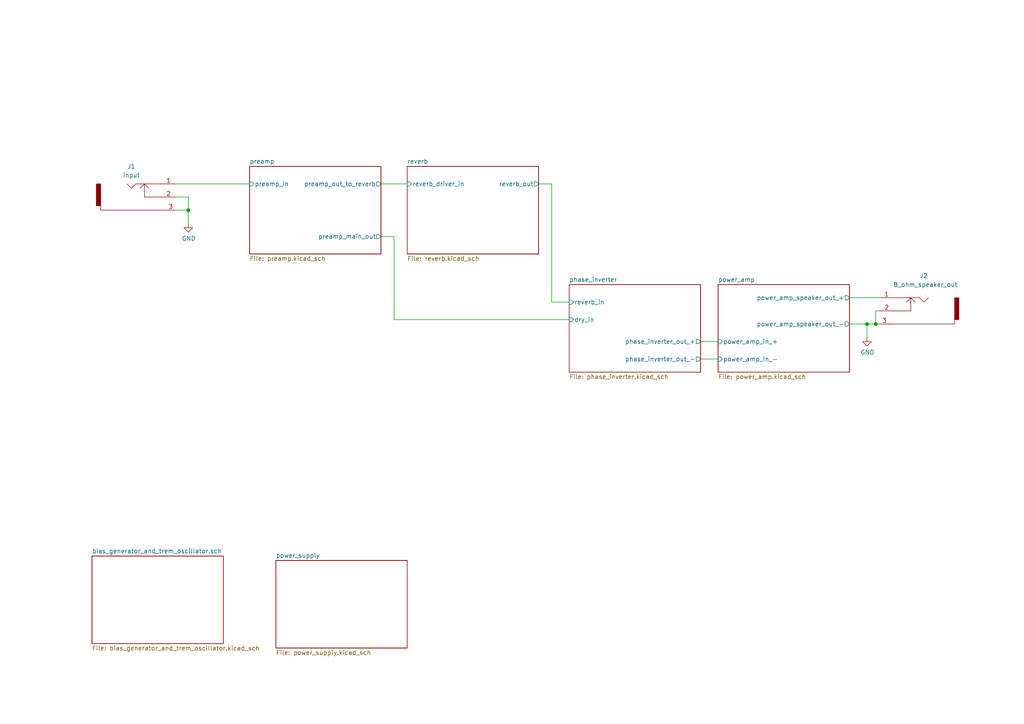
<source format=kicad_sch>
(kicad_sch (version 20211123) (generator eeschema)
  (paper "A4")
  (title_block (title "cf 12 watt class AB tube amp") (date "2022-01-03") (rev "0") (comment 1 "creativecommons.org/licenses/by/4.0/") (comment 2 "License: CC by 4.0") (comment 3 "Author: Jordan Aceto"))
  (lib_symbols
    (symbol "custom_symbols:audio_jack_switch" (pin_names (offset 1.016))
      (property "Reference" "J" (at 0 8.89 0))
      (property "Value" "audio_jack_switch" (at 0 6.35 0))
      (symbol "audio_jack_switch_0_1"
        (rectangle (start -11.43 -2.54) (end -10.16 3.81) (fill (type outline)))
        (polyline (pts (xy 3.81 0) (xy 7.62 0) (xy 7.62 0)))
        (polyline (pts (xy 8.89 -3.81) (xy -10.16 -3.81) (xy -10.16 -2.54)))
        (polyline (pts (xy 0 3.81) (xy -1.27 2.54) (xy -2.54 3.81) (xy -2.54 3.81)))
        (polyline (pts (xy 0 3.81) (xy 7.62 3.81) (xy 7.62 3.81) (xy 7.62 3.81)))
        (polyline (pts (xy 1.27 2.54) (xy 2.54 3.81) (xy 3.81 2.54) (xy 3.81 2.54)))
        (polyline (pts (xy 3.81 0) (xy 2.54 0) (xy 2.54 3.81) (xy 2.54 2.54)))
      )
      (symbol "audio_jack_switch_1_1"
        (pin passive line (at 11.43 3.81 180) (length 3.81) (name "~") (number "1"))
        (pin passive line (at 11.43 0 180) (length 3.81) (name "~") (number "2"))
        (pin passive line (at 11.43 -3.81 180) (length 2.54) (name "~") (number "3"))
      )
    )
    (symbol "power:GND" (power) (pin_names (offset 0))
      (property "Value" "GND" (at 0 -3.81 0))
      (symbol "GND_0_1"
        (polyline (pts (xy 0 0) (xy 0 -1.27) (xy 1.27 -1.27) (xy 0 -2.54) (xy -1.27 -1.27) (xy 0 -1.27)))
      )
      (symbol "GND_1_1"
        (pin power_in line (at 0 0 270) (length 0) hide (name "GND") (number "1"))
      )
    )
  )
  (junction (at 54.61 60.96))
  (junction (at 254 93.98))
  (junction (at 251.46 93.98))
  (wire (pts (xy 50.8 53.34) (xy 72.39 53.34)))
  (wire (pts (xy 254 90.17) (xy 254 93.98)))
  (wire (pts (xy 255.27 90.17) (xy 254 90.17)))
  (wire (pts (xy 160.02 53.34) (xy 156.21 53.34)))
  (wire (pts (xy 160.02 87.63) (xy 165.1 87.63)))
  (wire (pts (xy 208.28 99.06) (xy 203.2 99.06)))
  (wire (pts (xy 110.49 53.34) (xy 118.11 53.34)))
  (wire (pts (xy 54.61 60.96) (xy 50.8 60.96)))
  (wire (pts (xy 246.38 86.36) (xy 255.27 86.36)))
  (wire (pts (xy 114.3 68.58) (xy 114.3 92.71)))
  (wire (pts (xy 54.61 57.15) (xy 50.8 57.15)))
  (wire (pts (xy 54.61 64.77) (xy 54.61 60.96)))
  (wire (pts (xy 251.46 93.98) (xy 254 93.98)))
  (wire (pts (xy 251.46 97.79) (xy 251.46 93.98)))
  (wire (pts (xy 54.61 60.96) (xy 54.61 57.15)))
  (wire (pts (xy 203.2 104.14) (xy 208.28 104.14)))
  (wire (pts (xy 254 93.98) (xy 255.27 93.98)))
  (wire (pts (xy 114.3 92.71) (xy 165.1 92.71)))
  (wire (pts (xy 160.02 53.34) (xy 160.02 87.63)))
  (wire (pts (xy 110.49 68.58) (xy 114.3 68.58)))
  (wire (pts (xy 246.38 93.98) (xy 251.46 93.98)))
  (symbol (lib_id "power:GND") (at 251.46 97.79 0) (unit 1)
    (property "Reference" "#PWR02" (effects hide))
    (property "Value" "GND" (at 251.587 102.1842 0))
  )
  (symbol (lib_id "power:GND") (at 54.61 64.77 0) (unit 1)
    (property "Reference" "#PWR01" (effects hide))
    (property "Value" "GND" (at 54.737 69.1642 0))
  )
  (symbol (lib_id "custom_symbols:audio_jack_switch") (at 266.7 90.17 0) (mirror y) (unit 1)
    (property "Reference" "J2" (at 266.7 80.01 0) (effects (justify right)))
    (property "Value" "8_ohm_speaker_out" (at 259.08 82.55 0) (effects (justify right)))
  )
  (symbol (lib_id "custom_symbols:audio_jack_switch") (at 39.37 57.15 0) (unit 1)
    (property "Reference" "J1" (at 38.1 48.26 0))
    (property "Value" "input" (at 38.1 50.8 0))
  )
  (sheet (at 72.39 48.26) (size 38.1 25.4)
    (property "Sheet name" "preamp" (at 72.39 47.5484 0) (effects (justify left bottom)))
    (property "Sheet file" "preamp.kicad_sch" (at 72.39 74.2446 0) (effects (justify left top)))
    (pin "preamp_in" input (at 72.39 53.34 180))
    (pin "preamp_main_out" output (at 110.49 68.58 0))
    (pin "preamp_out_to_reverb" output (at 110.49 53.34 0))
  )
  (sheet (at 165.1 82.55) (size 38.1 25.4)
    (property "Sheet name" "phase_inverter" (at 165.1 81.8384 0) (effects (justify left bottom)))
    (property "Sheet file" "phase_inverter.kicad_sch" (at 165.1 108.5346 0) (effects (justify left top)))
    (pin "phase_inverter_out_+" output (at 203.2 99.06 0))
    (pin "phase_inverter_out_-" output (at 203.2 104.14 0))
    (pin "reverb_in" input (at 165.1 87.63 180))
    (pin "dry_in" input (at 165.1 92.71 180))
  )
  (sheet (at 208.28 82.55) (size 38.1 25.4)
    (property "Sheet name" "power_amp" (at 208.28 81.8384 0) (effects (justify left bottom)))
    (property "Sheet file" "power_amp.kicad_sch" (at 208.28 108.5346 0) (effects (justify left top)))
    (pin "power_amp_in_+" input (at 208.28 99.06 180))
    (pin "power_amp_in_-" input (at 208.28 104.14 180))
    (pin "power_amp_speaker_out_+" output (at 246.38 86.36 0))
    (pin "power_amp_speaker_out_-" output (at 246.38 93.98 0))
  )
  (sheet (at 118.11 48.26) (size 38.1 25.4)
    (property "Sheet name" "reverb" (at 118.11 47.5484 0) (effects (justify left bottom)))
    (property "Sheet file" "reverb.kicad_sch" (at 118.11 74.2446 0) (effects (justify left top)))
    (pin "reverb_driver_in" input (at 118.11 53.34 180))
    (pin "reverb_out" output (at 156.21 53.34 0))
  )
  (sheet (at 80.01 162.56) (size 38.1 25.4)
    (property "Sheet name" "power_supply" (at 80.01 161.8484 0) (effects (justify left bottom)))
    (property "Sheet file" "power_supply.kicad_sch" (at 80.01 188.5446 0) (effects (justify left top)))
  )
  (sheet (at 26.67 161.29) (size 38.1 25.4)
    (property "Sheet name" "bias_generator_and_trem_oscillator.sch" (at 26.67 160.5784 0) (effects (justify left bottom)))
    (property "Sheet file" "bias_generator_and_trem_oscillator.kicad_sch" (at 26.67 187.2746 0) (effects (justify left top)))
  )
)
</source>
